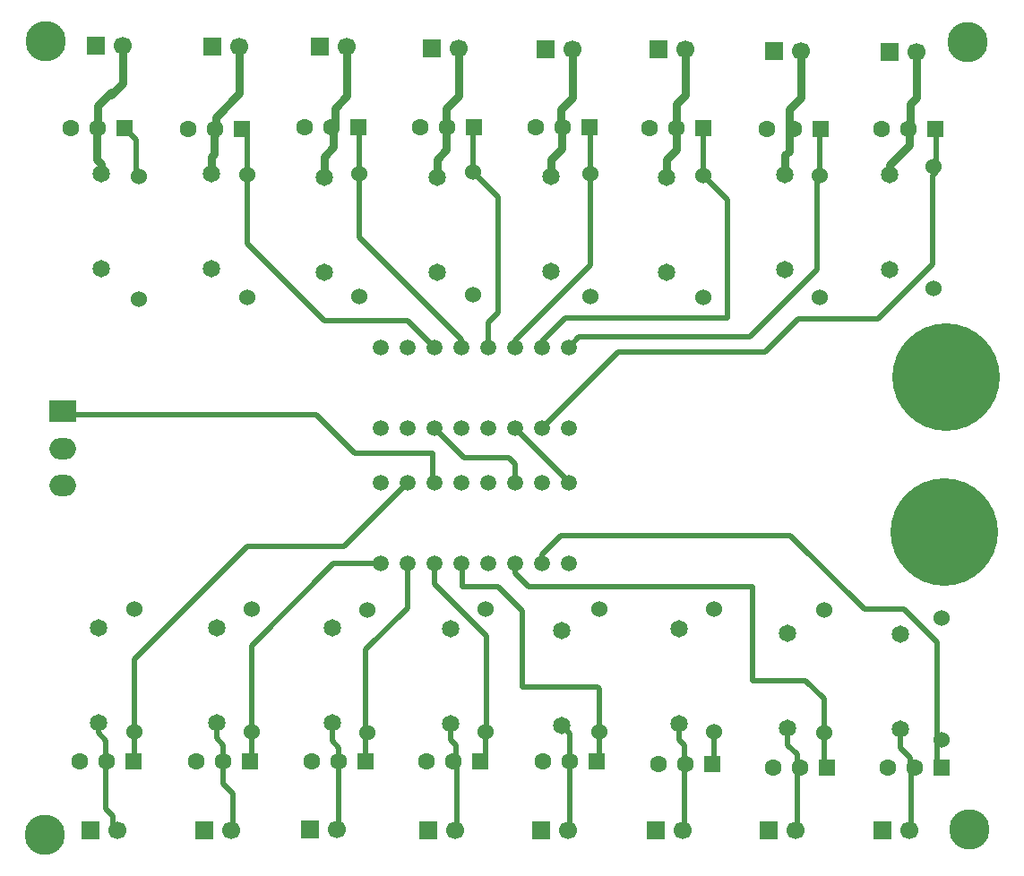
<source format=gtl>
G04*
G04 #@! TF.GenerationSoftware,Altium Limited,CircuitMaker,2.2.1 (6)*
G04*
G04 Layer_Physical_Order=1*
G04 Layer_Color=25308*
%FSLAX25Y25*%
%MOIN*%
G70*
G04*
G04 #@! TF.SameCoordinates,9BB8909F-1235-4B7E-8516-07DB857BAA42*
G04*
G04*
G04 #@! TF.FilePolarity,Positive*
G04*
G01*
G75*
%ADD27C,0.02000*%
%ADD28C,0.03000*%
%ADD29R,0.06299X0.06299*%
%ADD30C,0.06299*%
%ADD31C,0.15000*%
%ADD32C,0.40000*%
%ADD33O,0.09842X0.07874*%
%ADD34R,0.09842X0.07874*%
%ADD35C,0.05905*%
%ADD36C,0.06693*%
%ADD37R,0.06693X0.06693*%
%ADD38C,0.06496*%
%ADD39C,0.06000*%
D27*
X575000Y190200D02*
Y227200D01*
X565500Y157700D02*
Y182500D01*
X565000Y183000D02*
Y184400D01*
X561500Y187900D02*
X565000Y184400D01*
X561500Y187900D02*
Y194783D01*
X277000Y400500D02*
Y414300D01*
Y400500D02*
X277500Y400000D01*
X272800Y418500D02*
X277000Y414300D01*
X276500Y184500D02*
X278000Y183000D01*
X276500Y184500D02*
Y194000D01*
X265800Y165200D02*
Y190700D01*
X263000Y193500D02*
X265800Y190700D01*
Y165200D02*
X268400Y162600D01*
X533000Y180600D02*
Y193500D01*
X572500Y418500D02*
X574800Y416200D01*
Y402300D02*
Y416200D01*
X573500Y401000D02*
X574800Y402300D01*
X268400Y157600D02*
Y162600D01*
X312400Y157100D02*
X313000Y157700D01*
X351900Y157600D02*
X352500Y158200D01*
X395900Y157100D02*
X396500Y157700D01*
X437900Y157100D02*
X438500Y157700D01*
X480400Y157100D02*
X481000Y157700D01*
X522400Y157100D02*
X523000Y157700D01*
X564900Y157100D02*
X565500Y157700D01*
X249600Y313159D02*
X250979Y311779D01*
X344220D01*
X575000Y183000D02*
Y190200D01*
X562700Y239500D02*
X575000Y227200D01*
X548000Y239500D02*
X562700D01*
X415700Y295800D02*
X418000Y293500D01*
X399200Y295800D02*
X415700D01*
X388000Y307000D02*
X399200Y295800D01*
X354300Y262800D02*
X378000Y286500D01*
X318300Y262800D02*
X354300D01*
X276500Y221000D02*
X318300Y262800D01*
X533000Y193500D02*
Y206200D01*
X526200Y213000D02*
X533000Y206200D01*
X506400Y213000D02*
X526200D01*
X506400D02*
Y247800D01*
X423000D02*
X506400D01*
X418000Y252800D02*
X423000Y247800D01*
X418000Y252800D02*
Y256500D01*
X449500Y193902D02*
Y209900D01*
X448800Y210600D02*
X449500Y209900D01*
X420600Y210600D02*
X448800D01*
X420600D02*
Y238800D01*
X411600Y247800D02*
X420600Y238800D01*
X398400Y247800D02*
X411600D01*
X398400D02*
Y256100D01*
X398000Y256500D02*
X398400Y256100D01*
X398000Y255400D02*
Y256500D01*
X435000Y267000D02*
X520500D01*
X428000Y260000D02*
X435000Y267000D01*
X428000Y256500D02*
Y260000D01*
X520500Y267000D02*
X548000Y239500D01*
X436800Y348000D02*
X497000D01*
X428000Y339200D02*
X436800Y348000D01*
X428000Y337000D02*
Y339200D01*
X411600Y349800D02*
Y392998D01*
X408000Y346200D02*
X411600Y349800D01*
X408000Y337000D02*
Y346200D01*
X402500Y402098D02*
X411600Y392998D01*
X378200Y346800D02*
X388000Y337000D01*
X347200Y346800D02*
X378200D01*
X318500Y375500D02*
X347200Y346800D01*
X505300Y340800D02*
X530500Y366000D01*
X441800Y340800D02*
X505300D01*
X438000Y337000D02*
X441800Y340800D01*
X398000Y338500D02*
Y340000D01*
Y337000D02*
Y338500D01*
X360000Y378000D02*
X398000Y340000D01*
X360000Y378000D02*
Y401598D01*
X511200Y335400D02*
X523300Y347500D01*
X456400Y335400D02*
X511200D01*
X428000Y307000D02*
X456400Y335400D01*
X523300Y347500D02*
X553000D01*
X497000Y348000D02*
Y392000D01*
X313000Y157700D02*
Y171000D01*
X309500Y174500D02*
X313000Y171000D01*
X309500Y174500D02*
Y183000D01*
X263000Y193500D02*
Y197283D01*
X276500Y194000D02*
Y221000D01*
X407500Y194402D02*
Y229500D01*
X388000Y249000D02*
X407500Y229500D01*
X388000Y249000D02*
Y256500D01*
X407000Y193902D02*
X407500Y194402D01*
X362500Y194000D02*
X363000Y193500D01*
X362500Y194000D02*
Y224500D01*
X378000Y240000D01*
Y256500D01*
X320000Y194000D02*
Y226000D01*
X350500Y256500D01*
X368000D01*
X565000Y183000D02*
X565500Y182500D01*
X523000Y157700D02*
Y183000D01*
X519500Y189000D02*
Y195283D01*
Y189000D02*
X523000Y185500D01*
Y183000D02*
Y185500D01*
X479000Y191000D02*
Y196783D01*
Y191000D02*
X481000Y189000D01*
Y183000D02*
Y189000D01*
Y157700D02*
Y183000D01*
X438500Y157700D02*
Y183000D01*
X394000Y191000D02*
Y196783D01*
Y191000D02*
X396000Y189000D01*
Y183000D02*
Y189000D01*
Y183000D02*
X396500Y182500D01*
Y157700D02*
Y182500D01*
X573500Y368000D02*
Y401000D01*
X553000Y347500D02*
X573500Y368000D01*
X530500Y400000D02*
X531500Y401000D01*
X530500Y366000D02*
Y400000D01*
X488000Y401000D02*
X497000Y392000D01*
X446000Y367500D02*
Y401598D01*
X418000Y339500D02*
X446000Y367500D01*
X418000Y337000D02*
Y339500D01*
X318500Y375500D02*
Y401098D01*
X277500Y400000D02*
Y400098D01*
X278000Y400598D01*
X309500Y183000D02*
Y189000D01*
X307000Y191500D02*
X309500Y189000D01*
X307000Y191500D02*
Y197283D01*
X352500Y158200D02*
Y183000D01*
Y188000D01*
X350000Y190500D02*
X352500Y188000D01*
X350000Y190500D02*
Y197283D01*
X395400Y157600D02*
X395900Y157100D01*
X435500Y196283D02*
X438500Y193283D01*
Y183000D02*
Y193283D01*
X436900Y158100D02*
X437900Y157100D01*
X491000Y183000D02*
X492000Y184000D01*
Y194000D01*
X448500Y183000D02*
X449500Y184000D01*
Y193902D01*
X406000Y183000D02*
X407000Y184000D01*
Y193902D01*
X362500Y183000D02*
Y193000D01*
X363000Y193500D01*
X319500Y183000D02*
X320000Y183500D01*
Y194000D01*
X276000Y183000D02*
X276500Y183500D01*
X358500Y297500D02*
X387500D01*
X344220Y311779D02*
X358500Y297500D01*
X387500Y287000D02*
Y297500D01*
Y287000D02*
X388000Y286500D01*
X438000D02*
Y287000D01*
X418000Y307000D02*
X438000Y287000D01*
X418000Y286500D02*
Y293500D01*
X278000Y400598D02*
X279902D01*
X530000Y418500D02*
X531500Y417000D01*
Y401000D02*
Y417000D01*
X488000Y401000D02*
Y418500D01*
X445000D02*
X446000Y417500D01*
Y401598D02*
Y417500D01*
X402500Y402098D02*
Y418500D01*
X360000Y417500D02*
X361000Y418500D01*
X360000Y401598D02*
Y417500D01*
X318500Y401098D02*
Y418500D01*
D28*
X306600Y416600D02*
Y422600D01*
X315500Y431500D01*
X306000Y416000D02*
X306600Y416600D01*
X306000Y409000D02*
Y416000D01*
X305000Y408000D02*
X306000Y409000D01*
X564600Y412100D02*
Y420600D01*
X565200Y421200D01*
X557500Y405000D02*
X564600Y412100D01*
X565200Y427700D02*
X567500Y430000D01*
X565200Y421200D02*
Y427700D01*
X267600Y430800D02*
X272000Y435200D01*
X262300Y407000D02*
X264000Y405300D01*
X262300Y407000D02*
Y418000D01*
X557500Y401217D02*
Y405000D01*
X520000Y410000D02*
Y418500D01*
X518500Y408500D02*
X520000Y410000D01*
X518500Y401217D02*
Y408500D01*
X478000Y410500D02*
Y418500D01*
X474500Y407000D02*
X478000Y410500D01*
X474500Y400216D02*
Y407000D01*
X435000Y418500D02*
X435500Y418000D01*
Y411000D02*
Y418000D01*
X431500Y407000D02*
X435500Y411000D01*
X431500Y400716D02*
Y407000D01*
X392500Y410500D02*
Y418500D01*
X389000Y407000D02*
X392500Y410500D01*
X389000Y400216D02*
Y407000D01*
X350500Y418000D02*
X351000Y418500D01*
X350500Y411500D02*
Y418000D01*
X347000Y408000D02*
X350500Y411500D01*
X347000Y400216D02*
Y408000D01*
X305000Y401717D02*
Y408000D01*
X262300Y418000D02*
X262800Y418500D01*
X264000Y401717D02*
Y405300D01*
X567500Y430000D02*
Y446900D01*
X524500Y430000D02*
Y447400D01*
X520000Y425500D02*
X524500Y430000D01*
X520000Y418500D02*
Y425500D01*
X481500Y431000D02*
Y447900D01*
X478000Y427500D02*
X481500Y431000D01*
X478000Y418500D02*
Y427500D01*
X439500Y430000D02*
Y447900D01*
X435000Y425500D02*
X439500Y430000D01*
X435000Y418500D02*
Y425500D01*
X397000Y430500D02*
Y448400D01*
X392500Y426000D02*
X397000Y430500D01*
X392500Y418500D02*
Y426000D01*
X355500Y430500D02*
Y448900D01*
X351000Y426000D02*
X355500Y430500D01*
X351000Y418500D02*
Y426000D01*
X315500Y431500D02*
Y448900D01*
X272000Y435200D02*
Y449400D01*
X262800Y427000D02*
X267800Y432000D01*
X262800Y418500D02*
Y427000D01*
X524000Y446900D02*
X524500Y447400D01*
X481500Y447900D02*
X482000Y447400D01*
X271500Y448900D02*
X272000Y449400D01*
D29*
X574400Y418200D02*
D03*
X488000Y418500D02*
D03*
X316400Y418200D02*
D03*
X576600Y180600D02*
D03*
X534000D02*
D03*
X491400Y181800D02*
D03*
X448500Y183000D02*
D03*
X405000D02*
D03*
X362500D02*
D03*
X319400D02*
D03*
X276000D02*
D03*
X531600Y418200D02*
D03*
X445800Y418800D02*
D03*
X402800D02*
D03*
X359600D02*
D03*
X272800Y418500D02*
D03*
D30*
X564400Y418200D02*
D03*
X554400D02*
D03*
X478000Y418500D02*
D03*
X468000D02*
D03*
X296400Y418200D02*
D03*
X306400D02*
D03*
X556600Y180600D02*
D03*
X566600D02*
D03*
X514000D02*
D03*
X524000D02*
D03*
X471400Y181800D02*
D03*
X481400D02*
D03*
X428500Y183000D02*
D03*
X438500D02*
D03*
X385000D02*
D03*
X395000D02*
D03*
X342500D02*
D03*
X352500D02*
D03*
X299400D02*
D03*
X309400D02*
D03*
X256000D02*
D03*
X266000D02*
D03*
X511600Y418200D02*
D03*
X521600D02*
D03*
X425800Y418800D02*
D03*
X435800D02*
D03*
X382800D02*
D03*
X392800D02*
D03*
X339600D02*
D03*
X349600D02*
D03*
X252800Y418500D02*
D03*
X262800D02*
D03*
D31*
X243000Y155500D02*
D03*
X587000Y157500D02*
D03*
X586500Y450500D02*
D03*
X243500Y451000D02*
D03*
D32*
X578400Y325800D02*
D03*
X577800Y268200D02*
D03*
D33*
X249600Y285600D02*
D03*
Y299379D02*
D03*
D34*
Y313159D02*
D03*
D35*
X368000Y256500D02*
D03*
X378000D02*
D03*
X388000D02*
D03*
X398000D02*
D03*
X408000D02*
D03*
X418000D02*
D03*
X428000D02*
D03*
X438000D02*
D03*
X368000Y286500D02*
D03*
X378000D02*
D03*
X388000D02*
D03*
X398000D02*
D03*
X408000D02*
D03*
X418000D02*
D03*
X428000D02*
D03*
X438000D02*
D03*
Y337000D02*
D03*
X428000D02*
D03*
X418000D02*
D03*
X408000D02*
D03*
X398000D02*
D03*
X388000D02*
D03*
X378000D02*
D03*
X368000D02*
D03*
X438000Y307000D02*
D03*
X428000D02*
D03*
X418000D02*
D03*
X408000D02*
D03*
X398000D02*
D03*
X388000D02*
D03*
X378000D02*
D03*
X368000D02*
D03*
D36*
X270000Y157200D02*
D03*
X312400Y157100D02*
D03*
X351900Y157600D02*
D03*
X395900Y157100D02*
D03*
X437900D02*
D03*
X480400D02*
D03*
X522400D02*
D03*
X564900D02*
D03*
X315500Y448900D02*
D03*
X355500D02*
D03*
X397000Y448400D02*
D03*
X439500Y447900D02*
D03*
X481500D02*
D03*
X524500Y447400D02*
D03*
X567500Y446900D02*
D03*
X272000Y449400D02*
D03*
D37*
X260000Y157200D02*
D03*
X302400Y157100D02*
D03*
X341900Y157600D02*
D03*
X385900Y157100D02*
D03*
X427900D02*
D03*
X470400D02*
D03*
X512400D02*
D03*
X554900D02*
D03*
X305500Y448900D02*
D03*
X345500D02*
D03*
X387000Y448400D02*
D03*
X429500Y447900D02*
D03*
X471500D02*
D03*
X514500Y447400D02*
D03*
X557500Y446900D02*
D03*
X262000Y449400D02*
D03*
D38*
X561500Y194783D02*
D03*
Y230217D02*
D03*
X519500Y195283D02*
D03*
Y230716D02*
D03*
X479000Y196783D02*
D03*
Y232217D02*
D03*
X435500Y196283D02*
D03*
Y231716D02*
D03*
X307000Y197283D02*
D03*
Y232716D02*
D03*
X350000Y197283D02*
D03*
Y232716D02*
D03*
X394000Y196783D02*
D03*
Y232217D02*
D03*
X263000Y197283D02*
D03*
Y232716D02*
D03*
X264000Y401717D02*
D03*
Y366283D02*
D03*
X557500Y401217D02*
D03*
Y365784D02*
D03*
X518500Y401217D02*
D03*
Y365784D02*
D03*
X474500Y400216D02*
D03*
Y364784D02*
D03*
X431500Y400716D02*
D03*
Y365283D02*
D03*
X389000Y400216D02*
D03*
Y364784D02*
D03*
X305000Y401717D02*
D03*
Y366283D02*
D03*
X347000Y400216D02*
D03*
Y364784D02*
D03*
D39*
X576600Y190802D02*
D03*
Y236400D02*
D03*
X533000Y193500D02*
D03*
Y239098D02*
D03*
X492000Y194000D02*
D03*
Y239598D02*
D03*
X449500Y193902D02*
D03*
Y239500D02*
D03*
X407000Y193902D02*
D03*
Y239500D02*
D03*
X363000Y193500D02*
D03*
Y239098D02*
D03*
X320000Y194000D02*
D03*
Y239598D02*
D03*
X276500Y194000D02*
D03*
Y239598D02*
D03*
X573600Y404400D02*
D03*
Y358802D02*
D03*
X531500Y401000D02*
D03*
Y355402D02*
D03*
X488000Y401000D02*
D03*
Y355402D02*
D03*
X446000Y401598D02*
D03*
Y356000D02*
D03*
X402500Y402098D02*
D03*
Y356500D02*
D03*
X360000Y401598D02*
D03*
Y356000D02*
D03*
X278000Y400598D02*
D03*
Y355000D02*
D03*
X318500Y401098D02*
D03*
Y355500D02*
D03*
M02*

</source>
